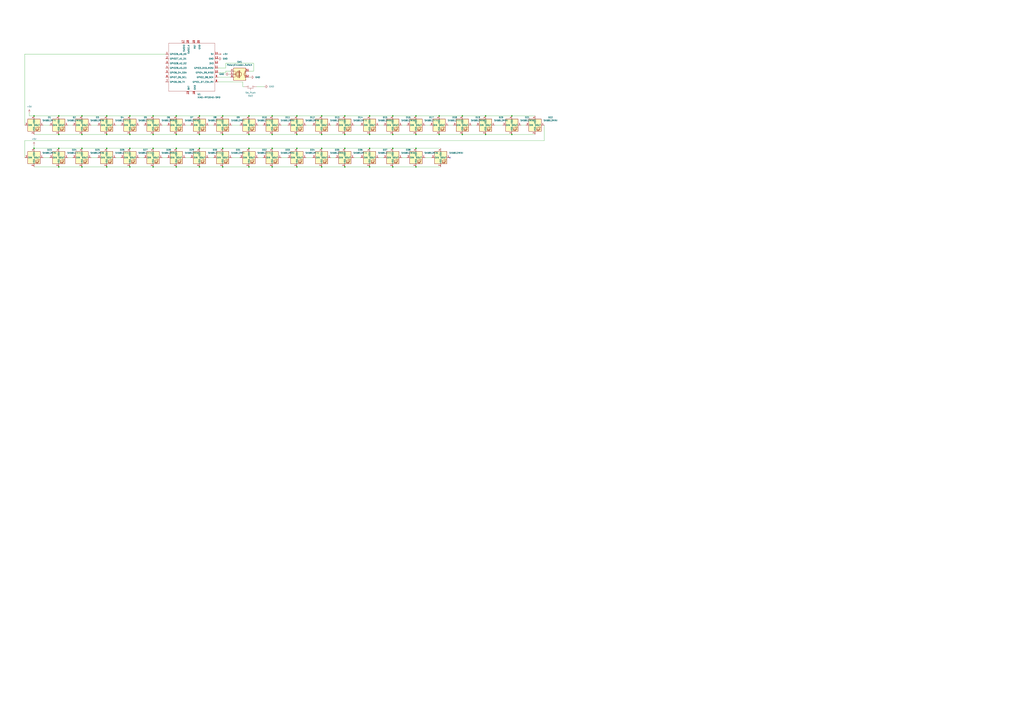
<source format=kicad_sch>
(kicad_sch (version 20250114) (generator "eeschema") (generator_version "9.0")
  (paper "A1")
  (lib_symbols
    (symbol "Device:RotaryEncoder_Switch" (pin_names (offset 0.254) (hide yes))
      (property "Reference" "SW" (at 0 6.604 0))
      (property "Value" "RotaryEncoder_Switch" (at 0 -6.604 0))
      (symbol "RotaryEncoder_Switch_0_1"
        (rectangle (start -5.08 5.08) (end 5.08 -5.08) (stroke (width 0.254)) (fill (type background)))
        (polyline (pts (xy -5.08 2.54) (xy -3.81 2.54) (xy -3.81 2.032)))
        (polyline (pts (xy -5.08 0) (xy -3.81 0) (xy -3.81 -1.016) (xy -3.302 -2.032)))
        (polyline (pts (xy -5.08 -2.54) (xy -3.81 -2.54) (xy -3.81 -2.032)))
        (polyline (pts (xy -4.318 0) (xy -3.81 0) (xy -3.81 1.016) (xy -3.302 2.032)))
        (circle (center -3.81 0) (radius 0.254) (fill (type outline)))
        (polyline (pts (xy -0.635 -1.778) (xy -0.635 1.778)) (stroke (width 0.254)))
        (circle (center -0.381 0) (radius 1.905) (stroke (width 0.254)))
        (polyline (pts (xy -0.381 -1.778) (xy -0.381 1.778)) (stroke (width 0.254)))
        (arc (start -0.381 -2.794) (mid -3.0988 -0.0635) (end -0.381 2.667) (stroke (width 0.254)))
        (polyline (pts (xy -0.127 1.778) (xy -0.127 -1.778)) (stroke (width 0.254)))
        (polyline (pts (xy 0.254 2.921) (xy -0.508 2.667) (xy 0.127 2.286)) (stroke (width 0.254)))
        (polyline (pts (xy 0.254 -3.048) (xy -0.508 -2.794) (xy 0.127 -2.413)) (stroke (width 0.254)))
        (polyline (pts (xy 3.81 1.016) (xy 3.81 -1.016)) (stroke (width 0.254)))
        (polyline (pts (xy 3.81 0) (xy 3.429 0)) (stroke (width 0.254)))
        (circle (center 4.318 1.016) (radius 0.127) (stroke (width 0.254)))
        (circle (center 4.318 -1.016) (radius 0.127) (stroke (width 0.254)))
        (polyline (pts (xy 5.08 2.54) (xy 4.318 2.54) (xy 4.318 1.016)) (stroke (width 0.254)))
        (polyline (pts (xy 5.08 -2.54) (xy 4.318 -2.54) (xy 4.318 -1.016)) (stroke (width 0.254)))
      )
      (symbol "RotaryEncoder_Switch_1_1"
        (pin passive line (at -7.62 2.54 0) (length 2.54) (name "A") (number "A"))
        (pin passive line (at -7.62 0 0) (length 2.54) (name "C") (number "C"))
        (pin passive line (at -7.62 -2.54 0) (length 2.54) (name "B") (number "B"))
        (pin passive line (at 7.62 2.54 180) (length 2.54) (name "S1") (number "S1"))
        (pin passive line (at 7.62 -2.54 180) (length 2.54) (name "S2") (number "S2"))
      )
    )
    (symbol "LED:SK6812MINI" (pin_names (offset 0.254))
      (property "Reference" "D" (at 5.08 5.715 0))
      (property "Value" "SK6812MINI" (at 1.27 -5.715 0))
      (symbol "SK6812MINI_0_0"
        (text "RGB" (at 2.286 -4.191 0) (effects (font (size 0.762 0.762))))
      )
      (symbol "SK6812MINI_0_1"
        (polyline (pts (xy 1.27 -2.54) (xy 1.778 -2.54)))
        (polyline (pts (xy 1.27 -3.556) (xy 1.778 -3.556)))
        (polyline (pts (xy 2.286 -1.524) (xy 1.27 -2.54) (xy 1.27 -2.032)))
        (polyline (pts (xy 2.286 -2.54) (xy 1.27 -3.556) (xy 1.27 -3.048)))
        (polyline (pts (xy 3.683 -1.016) (xy 3.683 -3.556) (xy 3.683 -4.064)))
        (polyline (pts (xy 4.699 -1.524) (xy 2.667 -1.524) (xy 3.683 -3.556) (xy 4.699 -1.524)))
        (polyline (pts (xy 4.699 -3.556) (xy 2.667 -3.556)))
        (rectangle (start 5.08 5.08) (end -5.08 -5.08) (stroke (width 0.254)) (fill (type background)))
      )
      (symbol "SK6812MINI_1_1"
        (pin input line (at -7.62 0 0) (length 2.54) (name "DIN") (number "3"))
        (pin power_in line (at 0 7.62 270) (length 2.54) (name "VDD") (number "4"))
        (pin power_in line (at 0 -7.62 90) (length 2.54) (name "VSS") (number "2"))
        (pin output line (at 7.62 0 180) (length 2.54) (name "DOUT") (number "1"))
      )
    )
    (symbol "OPL:XIAO-RP2040-SMD" (pin_names (offset 1.016))
      (property "Reference" "U" (at -18.542 23.114 0))
      (property "Value" "XIAO-RP2040-SMD" (at -8.382 21.336 0))
      (symbol "XIAO-RP2040-SMD_0_1"
        (rectangle (start 19.05 -19.05) (end -19.05 20.32))
      )
      (symbol "XIAO-RP2040-SMD_1_1"
        (pin passive line (at -21.59 11.43 0) (length 2.54) (name "GPIO26_A0_D0") (number "1"))
        (pin passive line (at -21.59 7.62 0) (length 2.54) (name "GPIO27_A1_D1") (number "2"))
        (pin passive line (at -21.59 3.81 0) (length 2.54) (name "GPIO28_A2_D2") (number "3"))
        (pin passive line (at -21.59 0 0) (length 2.54) (name "GPIO29_A3_D3") (number "4"))
        (pin passive line (at -21.59 -3.81 0) (length 2.54) (name "GPIO6_D4_SDA") (number "5"))
        (pin passive line (at -21.59 -7.62 0) (length 2.54) (name "GPIO7_D5_SCL") (number "6"))
        (pin passive line (at -21.59 -11.43 0) (length 2.54) (name "GPIO0_D6_TX") (number "7"))
        (pin passive line (at -6.35 22.86 270) (length 2.54) (name "SWDIO") (number "17"))
        (pin passive line (at -2.54 22.86 270) (length 2.54) (name "SWDCLK") (number "18"))
        (pin passive line (at -2.54 -21.59 90) (length 2.54) (name "BAT") (number "15"))
        (pin passive line (at 2.54 22.86 270) (length 2.54) (name "RST") (number "19"))
        (pin passive line (at 2.54 -21.59 90) (length 2.54) (name "GND") (number "16"))
        (pin passive line (at 6.35 22.86 270) (length 2.54) (name "GND") (number "20"))
        (pin passive line (at 21.59 11.43 180) (length 2.54) (name "5V") (number "14"))
        (pin passive line (at 21.59 7.62 180) (length 2.54) (name "GND") (number "13"))
        (pin passive line (at 21.59 3.81 180) (length 2.54) (name "3V3") (number "12"))
        (pin passive line (at 21.59 0 180) (length 2.54) (name "GPIO3_D10_MOSI") (number "11"))
        (pin passive line (at 21.59 -3.81 180) (length 2.54) (name "GPIO4_D9_MISO") (number "10"))
        (pin passive line (at 21.59 -7.62 180) (length 2.54) (name "GPIO2_D8_SCK") (number "9"))
        (pin passive line (at 21.59 -11.43 180) (length 2.54) (name "GPIO1_D7_CSn_RX") (number "8"))
      )
    )
    (symbol "Switch:SW_Push" (pin_numbers (hide yes)) (pin_names (offset 1.016) (hide yes))
      (property "Reference" "SW" (at 1.27 2.54 0))
      (property "Value" "SW_Push" (at 0 -1.524 0))
      (symbol "SW_Push_0_1"
        (circle (center -2.032 0) (radius 0.508))
        (polyline (pts (xy 0 1.27) (xy 0 3.048)))
        (circle (center 2.032 0) (radius 0.508))
        (polyline (pts (xy 2.54 1.27) (xy -2.54 1.27)))
        (pin passive line (at -5.08 0 0) (length 2.54) (name "1") (number "1"))
        (pin passive line (at 5.08 0 180) (length 2.54) (name "2") (number "2"))
      )
    )
    (symbol "power:+5V" (power) (pin_numbers (hide yes)) (pin_names (offset 0) (hide yes))
      (property "Value" "+5V" (at 0 3.556 0))
      (symbol "+5V_0_1"
        (polyline (pts (xy -0.762 1.27) (xy 0 2.54)))
        (polyline (pts (xy 0 2.54) (xy 0.762 1.27)))
        (polyline (pts (xy 0 0) (xy 0 2.54)))
      )
      (symbol "+5V_1_1"
        (pin power_in line (at 0 0 90) (length 0) (name "~") (number "1"))
      )
    )
    (symbol "power:GND" (power) (pin_numbers (hide yes)) (pin_names (offset 0) (hide yes))
      (property "Value" "GND" (at 0 -3.81 0))
      (symbol "GND_0_1"
        (polyline (pts (xy 0 0) (xy 0 -1.27) (xy 1.27 -1.27) (xy 0 -2.54) (xy -1.27 -1.27) (xy 0 -1.27)))
      )
      (symbol "GND_1_1"
        (pin power_in line (at 0 0 270) (length 0) (name "~") (number "1"))
      )
    )
  )
  (junction (at 420.37 95.25))
  (junction (at 87.63 95.25))
  (junction (at 48.26 95.25))
  (junction (at 125.73 95.25))
  (junction (at 48.26 110.49))
  (junction (at 163.83 137.16))
  (junction (at 360.68 95.25))
  (junction (at 48.26 121.92))
  (junction (at 144.78 95.25))
  (junction (at 303.53 121.92))
  (junction (at 144.78 121.92))
  (junction (at 125.73 121.92))
  (junction (at 283.21 137.16))
  (junction (at 243.84 121.92))
  (junction (at 303.53 95.25))
  (junction (at 106.68 95.25))
  (junction (at 223.52 110.49))
  (junction (at 87.63 137.16))
  (junction (at 283.21 110.49))
  (junction (at 341.63 121.92))
  (junction (at 264.16 137.16))
  (junction (at 125.73 137.16))
  (junction (at 144.78 137.16))
  (junction (at 379.73 110.49))
  (junction (at 223.52 137.16))
  (junction (at 87.63 121.92))
  (junction (at 106.68 110.49))
  (junction (at 223.52 121.92))
  (junction (at 67.31 95.25))
  (junction (at 27.94 121.92))
  (junction (at 398.78 95.25))
  (junction (at 243.84 110.49))
  (junction (at 106.68 137.16))
  (junction (at 283.21 95.25))
  (junction (at 48.26 137.16))
  (junction (at 223.52 95.25))
  (junction (at 106.68 121.92))
  (junction (at 204.47 110.49))
  (junction (at 379.73 95.25))
  (junction (at 163.83 121.92))
  (junction (at 341.63 137.16))
  (junction (at 144.78 110.49))
  (junction (at 420.37 110.49))
  (junction (at 67.31 110.49))
  (junction (at 163.83 95.25))
  (junction (at 182.88 137.16))
  (junction (at 264.16 121.92))
  (junction (at 204.47 95.25))
  (junction (at 322.58 95.25))
  (junction (at 341.63 110.49))
  (junction (at 67.31 121.92))
  (junction (at 243.84 95.25))
  (junction (at 322.58 121.92))
  (junction (at 204.47 121.92))
  (junction (at 322.58 137.16))
  (junction (at 322.58 110.49))
  (junction (at 27.94 95.25))
  (junction (at 182.88 95.25))
  (junction (at 303.53 110.49))
  (junction (at 182.88 121.92))
  (junction (at 264.16 95.25))
  (junction (at 398.78 110.49))
  (junction (at 163.83 110.49))
  (junction (at 182.88 110.49))
  (junction (at 360.68 110.49))
  (junction (at 341.63 95.25))
  (junction (at 264.16 110.49))
  (junction (at 303.53 137.16))
  (junction (at 87.63 110.49))
  (junction (at 243.84 137.16))
  (junction (at 67.31 137.16))
  (junction (at 125.73 110.49))
  (junction (at 283.21 121.92))
  (junction (at 204.47 137.16))
  (no_connect (at 369.57 129.54))
  (wire (pts (xy 420.37 110.49) (xy 439.42 110.49)))
  (wire (pts (xy 20.32 102.87) (xy 20.32 44.45)))
  (wire (pts (xy 125.73 121.92) (xy 144.78 121.92)))
  (wire (pts (xy 311.15 129.54) (xy 314.96 129.54)))
  (wire (pts (xy 368.3 102.87) (xy 372.11 102.87)))
  (wire (pts (xy 243.84 121.92) (xy 264.16 121.92)))
  (wire (pts (xy 212.09 129.54) (xy 215.9 129.54)))
  (wire (pts (xy 171.45 129.54) (xy 175.26 129.54)))
  (wire (pts (xy 271.78 102.87) (xy 275.59 102.87)))
  (wire (pts (xy 106.68 95.25) (xy 125.73 95.25)))
  (wire (pts (xy 48.26 121.92) (xy 67.31 121.92)))
  (wire (pts (xy 204.47 58.42) (xy 208.28 58.42)))
  (wire (pts (xy 330.2 102.87) (xy 334.01 102.87)))
  (wire (pts (xy 74.93 102.87) (xy 80.01 102.87)))
  (wire (pts (xy 243.84 137.16) (xy 264.16 137.16)))
  (wire (pts (xy 182.88 95.25) (xy 204.47 95.25)))
  (wire (pts (xy 398.78 110.49) (xy 420.37 110.49)))
  (wire (pts (xy 204.47 95.25) (xy 223.52 95.25)))
  (wire (pts (xy 87.63 95.25) (xy 106.68 95.25)))
  (wire (pts (xy 20.32 115.57) (xy 447.04 115.57)))
  (wire (pts (xy 212.09 102.87) (xy 215.9 102.87)))
  (wire (pts (xy 303.53 95.25) (xy 322.58 95.25)))
  (wire (pts (xy 182.88 137.16) (xy 204.47 137.16)))
  (wire (pts (xy 360.68 95.25) (xy 379.73 95.25)))
  (wire (pts (xy 208.28 52.07) (xy 185.42 52.07)))
  (wire (pts (xy 163.83 110.49) (xy 182.88 110.49)))
  (wire (pts (xy 27.94 110.49) (xy 48.26 110.49)))
  (wire (pts (xy 251.46 129.54) (xy 256.54 129.54)))
  (wire (pts (xy 35.56 102.87) (xy 40.64 102.87)))
  (wire (pts (xy 251.46 102.87) (xy 256.54 102.87)))
  (wire (pts (xy 322.58 137.16) (xy 341.63 137.16)))
  (wire (pts (xy 182.88 121.92) (xy 204.47 121.92)))
  (wire (pts (xy 87.63 121.92) (xy 106.68 121.92)))
  (wire (pts (xy 95.25 102.87) (xy 99.06 102.87)))
  (wire (pts (xy 48.26 137.16) (xy 67.31 137.16)))
  (wire (pts (xy 243.84 110.49) (xy 264.16 110.49)))
  (wire (pts (xy 48.26 95.25) (xy 67.31 95.25)))
  (wire (pts (xy 179.07 63.5) (xy 189.23 63.5)))
  (wire (pts (xy 271.78 129.54) (xy 275.59 129.54)))
  (wire (pts (xy 341.63 137.16) (xy 361.95 137.16)))
  (wire (pts (xy 379.73 95.25) (xy 398.78 95.25)))
  (wire (pts (xy 290.83 129.54) (xy 295.91 129.54)))
  (wire (pts (xy 406.4 102.87) (xy 412.75 102.87)))
  (wire (pts (xy 27.94 137.16) (xy 48.26 137.16)))
  (wire (pts (xy 55.88 129.54) (xy 59.69 129.54)))
  (wire (pts (xy 182.88 110.49) (xy 204.47 110.49)))
  (wire (pts (xy 322.58 110.49) (xy 341.63 110.49)))
  (wire (pts (xy 427.99 102.87) (xy 431.8 102.87)))
  (wire (pts (xy 87.63 110.49) (xy 106.68 110.49)))
  (wire (pts (xy 341.63 110.49) (xy 360.68 110.49)))
  (wire (pts (xy 106.68 121.92) (xy 125.73 121.92)))
  (wire (pts (xy 27.94 95.25) (xy 48.26 95.25)))
  (wire (pts (xy 152.4 129.54) (xy 156.21 129.54)))
  (wire (pts (xy 185.42 52.07) (xy 185.42 55.88)))
  (wire (pts (xy 398.78 95.25) (xy 420.37 95.25)))
  (wire (pts (xy 264.16 110.49) (xy 283.21 110.49)))
  (wire (pts (xy 67.31 110.49) (xy 87.63 110.49)))
  (wire (pts (xy 283.21 110.49) (xy 303.53 110.49)))
  (wire (pts (xy 67.31 95.25) (xy 87.63 95.25)))
  (wire (pts (xy 106.68 137.16) (xy 125.73 137.16)))
  (wire (pts (xy 114.3 129.54) (xy 118.11 129.54)))
  (wire (pts (xy 87.63 137.16) (xy 106.68 137.16)))
  (wire (pts (xy 106.68 110.49) (xy 125.73 110.49)))
  (wire (pts (xy 190.5 102.87) (xy 196.85 102.87)))
  (wire (pts (xy 205.74 63.5) (xy 204.47 63.5)))
  (wire (pts (xy 379.73 110.49) (xy 398.78 110.49)))
  (wire (pts (xy 27.94 95.25) (xy 24.13 95.25)))
  (wire (pts (xy 264.16 121.92) (xy 283.21 121.92)))
  (wire (pts (xy 24.13 92.71) (xy 24.13 95.25)))
  (wire (pts (xy 199.39 71.12) (xy 199.39 67.31)))
  (wire (pts (xy 133.35 129.54) (xy 137.16 129.54)))
  (wire (pts (xy 283.21 121.92) (xy 303.53 121.92)))
  (wire (pts (xy 185.42 58.42) (xy 185.42 59.69)))
  (wire (pts (xy 223.52 110.49) (xy 243.84 110.49)))
  (wire (pts (xy 133.35 102.87) (xy 137.16 102.87)))
  (wire (pts (xy 125.73 137.16) (xy 144.78 137.16)))
  (wire (pts (xy 67.31 121.92) (xy 87.63 121.92)))
  (wire (pts (xy 283.21 95.25) (xy 303.53 95.25)))
  (wire (pts (xy 303.53 121.92) (xy 322.58 121.92)))
  (wire (pts (xy 208.28 58.42) (xy 208.28 52.07)))
  (wire (pts (xy 283.21 137.16) (xy 303.53 137.16)))
  (wire (pts (xy 303.53 110.49) (xy 322.58 110.49)))
  (wire (pts (xy 27.94 119.38) (xy 27.94 121.92)))
  (wire (pts (xy 74.93 129.54) (xy 80.01 129.54)))
  (wire (pts (xy 217.17 71.12) (xy 210.82 71.12)))
  (wire (pts (xy 330.2 129.54) (xy 334.01 129.54)))
  (wire (pts (xy 204.47 137.16) (xy 223.52 137.16)))
  (wire (pts (xy 199.39 71.12) (xy 200.66 71.12)))
  (wire (pts (xy 163.83 137.16) (xy 182.88 137.16)))
  (wire (pts (xy 20.32 44.45) (xy 135.89 44.45)))
  (wire (pts (xy 420.37 95.25) (xy 439.42 95.25)))
  (wire (pts (xy 163.83 121.92) (xy 182.88 121.92)))
  (wire (pts (xy 171.45 102.87) (xy 175.26 102.87)))
  (wire (pts (xy 48.26 110.49) (xy 67.31 110.49)))
  (wire (pts (xy 67.31 137.16) (xy 87.63 137.16)))
  (wire (pts (xy 144.78 137.16) (xy 163.83 137.16)))
  (wire (pts (xy 341.63 95.25) (xy 360.68 95.25)))
  (wire (pts (xy 341.63 121.92) (xy 361.95 121.92)))
  (wire (pts (xy 125.73 110.49) (xy 144.78 110.49)))
  (wire (pts (xy 349.25 102.87) (xy 353.06 102.87)))
  (wire (pts (xy 204.47 110.49) (xy 223.52 110.49)))
  (wire (pts (xy 322.58 95.25) (xy 341.63 95.25)))
  (wire (pts (xy 199.39 67.31) (xy 179.07 67.31)))
  (wire (pts (xy 55.88 102.87) (xy 59.69 102.87)))
  (wire (pts (xy 185.42 59.69) (xy 179.07 59.69)))
  (wire (pts (xy 144.78 95.25) (xy 163.83 95.25)))
  (wire (pts (xy 349.25 129.54) (xy 354.33 129.54)))
  (wire (pts (xy 144.78 121.92) (xy 163.83 121.92)))
  (wire (pts (xy 264.16 137.16) (xy 283.21 137.16)))
  (wire (pts (xy 231.14 129.54) (xy 236.22 129.54)))
  (wire (pts (xy 27.94 121.92) (xy 48.26 121.92)))
  (wire (pts (xy 35.56 129.54) (xy 40.64 129.54)))
  (wire (pts (xy 322.58 121.92) (xy 341.63 121.92)))
  (wire (pts (xy 189.23 60.96) (xy 187.96 60.96)))
  (wire (pts (xy 20.32 129.54) (xy 20.32 115.57)))
  (wire (pts (xy 223.52 137.16) (xy 243.84 137.16)))
  (wire (pts (xy 231.14 102.87) (xy 236.22 102.87)))
  (wire (pts (xy 144.78 110.49) (xy 163.83 110.49)))
  (wire (pts (xy 190.5 129.54) (xy 196.85 129.54)))
  (wire (pts (xy 185.42 55.88) (xy 179.07 55.88)))
  (wire (pts (xy 360.68 110.49) (xy 379.73 110.49)))
  (wire (pts (xy 290.83 102.87) (xy 295.91 102.87)))
  (wire (pts (xy 223.52 121.92) (xy 243.84 121.92)))
  (wire (pts (xy 189.23 58.42) (xy 185.42 58.42)))
  (wire (pts (xy 387.35 102.87) (xy 391.16 102.87)))
  (wire (pts (xy 264.16 95.25) (xy 283.21 95.25)))
  (wire (pts (xy 125.73 95.25) (xy 144.78 95.25)))
  (wire (pts (xy 447.04 115.57) (xy 447.04 102.87)))
  (wire (pts (xy 95.25 129.54) (xy 99.06 129.54)))
  (wire (pts (xy 204.47 121.92) (xy 223.52 121.92)))
  (wire (pts (xy 243.84 95.25) (xy 264.16 95.25)))
  (wire (pts (xy 163.83 95.25) (xy 182.88 95.25)))
  (wire (pts (xy 303.53 137.16) (xy 322.58 137.16)))
  (wire (pts (xy 152.4 102.87) (xy 156.21 102.87)))
  (wire (pts (xy 311.15 102.87) (xy 314.96 102.87)))
  (wire (pts (xy 223.52 95.25) (xy 243.84 95.25)))
  (symbol (lib_id "LED:SK6812MINI") (at 243.84 129.54 0) (unit 1)
    (property "Reference" "D34" (at 256.54 123.1198 0))
    (property "Value" "SK6812MINI" (at 256.54 125.6598 0))
    (property "Footprint" "LED_SMD:LED_SK6812MINI_PLCC4_3.5x3.5mm_P1.75mm" (effects (hide yes)))
    (property "Datasheet" "https://cdn-shop.adafruit.com/product-files/2686/SK6812MINI_REV.01-1-2.pdf" (effects (hide yes)))
    (property "Description" "RGB LED with integrated controller" (effects (hide yes)))
  )
  (symbol (lib_id "LED:SK6812MINI") (at 243.84 102.87 0) (unit 1)
    (property "Reference" "D12" (at 256.54 96.4498 0))
    (property "Value" "SK6812MINI" (at 256.54 98.9898 0))
    (property "Footprint" "LED_SMD:LED_SK6812MINI_PLCC4_3.5x3.5mm_P1.75mm" (effects (hide yes)))
    (property "Datasheet" "https://cdn-shop.adafruit.com/product-files/2686/SK6812MINI_REV.01-1-2.pdf" (effects (hide yes)))
    (property "Description" "RGB LED with integrated controller" (effects (hide yes)))
  )
  (symbol (lib_id "LED:SK6812MINI") (at 322.58 129.54 0) (unit 1)
    (property "Reference" "D38" (at 335.28 123.1198 0))
    (property "Value" "SK6812MINI" (at 335.28 125.6598 0))
    (property "Footprint" "LED_SMD:LED_SK6812MINI_PLCC4_3.5x3.5mm_P1.75mm" (effects (hide yes)))
    (property "Datasheet" "https://cdn-shop.adafruit.com/product-files/2686/SK6812MINI_REV.01-1-2.pdf" (effects (hide yes)))
    (property "Description" "RGB LED with integrated controller" (effects (hide yes)))
  )
  (symbol (lib_id "LED:SK6812MINI") (at 87.63 129.54 0) (unit 1)
    (property "Reference" "D26" (at 100.33 123.1198 0))
    (property "Value" "SK6812MINI" (at 100.33 125.6598 0))
    (property "Footprint" "LED_SMD:LED_SK6812MINI_PLCC4_3.5x3.5mm_P1.75mm" (effects (hide yes)))
    (property "Datasheet" "https://cdn-shop.adafruit.com/product-files/2686/SK6812MINI_REV.01-1-2.pdf" (effects (hide yes)))
    (property "Description" "RGB LED with integrated controller" (effects (hide yes)))
  )
  (symbol (lib_id "LED:SK6812MINI") (at 283.21 102.87 0) (unit 1)
    (property "Reference" "D14" (at 295.91 96.4498 0))
    (property "Value" "SK6812MINI" (at 295.91 98.9898 0))
    (property "Footprint" "LED_SMD:LED_SK6812MINI_PLCC4_3.5x3.5mm_P1.75mm" (effects (hide yes)))
    (property "Datasheet" "https://cdn-shop.adafruit.com/product-files/2686/SK6812MINI_REV.01-1-2.pdf" (effects (hide yes)))
    (property "Description" "RGB LED with integrated controller" (effects (hide yes)))
  )
  (symbol (lib_id "power:GND") (at 187.96 60.96 270) (unit 1)
    (property "Reference" "#PWR03" (effects (hide yes)))
    (property "Value" "GND" (at 184.15 60.9599 90) (effects (justify right)))
    (property "Description" "Power symbol creates a global label with name \"GND\" , ground" (effects (hide yes)))
  )
  (symbol (lib_id "LED:SK6812MINI") (at 204.47 129.54 0) (unit 1)
    (property "Reference" "D32" (at 217.17 123.1198 0))
    (property "Value" "SK6812MINI" (at 217.17 125.6598 0))
    (property "Footprint" "LED_SMD:LED_SK6812MINI_PLCC4_3.5x3.5mm_P1.75mm" (effects (hide yes)))
    (property "Datasheet" "https://cdn-shop.adafruit.com/product-files/2686/SK6812MINI_REV.01-1-2.pdf" (effects (hide yes)))
    (property "Description" "RGB LED with integrated controller" (effects (hide yes)))
  )
  (symbol (lib_id "LED:SK6812MINI") (at 439.42 102.87 0) (unit 1)
    (property "Reference" "D22" (at 452.12 96.4498 0))
    (property "Value" "SK6812MINI" (at 452.12 98.9898 0))
    (property "Footprint" "LED_SMD:LED_SK6812MINI_PLCC4_3.5x3.5mm_P1.75mm" (effects (hide yes)))
    (property "Datasheet" "https://cdn-shop.adafruit.com/product-files/2686/SK6812MINI_REV.01-1-2.pdf" (effects (hide yes)))
    (property "Description" "RGB LED with integrated controller" (effects (hide yes)))
  )
  (symbol (lib_id "power:GND") (at 179.07 48.26 90) (unit 1)
    (property "Reference" "#PWR07" (effects (hide yes)))
    (property "Value" "GND" (at 182.88 48.2599 90) (effects (justify right)))
    (property "Description" "Power symbol creates a global label with name \"GND\" , ground" (effects (hide yes)))
  )
  (symbol (lib_id "LED:SK6812MINI") (at 361.95 129.54 0) (unit 1)
    (property "Reference" "D40" (effects (hide yes)))
    (property "Value" "SK6812MINI" (at 374.65 125.6598 0))
    (property "Footprint" "LED_SMD:LED_SK6812MINI_PLCC4_3.5x3.5mm_P1.75mm" (effects (hide yes)))
    (property "Datasheet" "https://cdn-shop.adafruit.com/product-files/2686/SK6812MINI_REV.01-1-2.pdf" (effects (hide yes)))
    (property "Description" "RGB LED with integrated controller" (effects (hide yes)))
  )
  (symbol (lib_id "LED:SK6812MINI") (at 204.47 102.87 0) (unit 1)
    (property "Reference" "D10" (at 217.17 96.4498 0))
    (property "Value" "SK6812MINI" (at 217.17 98.9898 0))
    (property "Footprint" "LED_SMD:LED_SK6812MINI_PLCC4_3.5x3.5mm_P1.75mm" (effects (hide yes)))
    (property "Datasheet" "https://cdn-shop.adafruit.com/product-files/2686/SK6812MINI_REV.01-1-2.pdf" (effects (hide yes)))
    (property "Description" "RGB LED with integrated controller" (effects (hide yes)))
  )
  (symbol (lib_id "LED:SK6812MINI") (at 106.68 102.87 0) (unit 1)
    (property "Reference" "D5" (at 119.38 96.4498 0))
    (property "Value" "SK6812MINI" (at 119.38 98.9898 0))
    (property "Footprint" "LED_SMD:LED_SK6812MINI_PLCC4_3.5x3.5mm_P1.75mm" (effects (hide yes)))
    (property "Datasheet" "https://cdn-shop.adafruit.com/product-files/2686/SK6812MINI_REV.01-1-2.pdf" (effects (hide yes)))
    (property "Description" "RGB LED with integrated controller" (effects (hide yes)))
  )
  (symbol (lib_id "LED:SK6812MINI") (at 182.88 129.54 0) (unit 1)
    (property "Reference" "D31" (at 195.58 123.1198 0))
    (property "Value" "SK6812MINI" (at 195.58 125.6598 0))
    (property "Footprint" "LED_SMD:LED_SK6812MINI_PLCC4_3.5x3.5mm_P1.75mm" (effects (hide yes)))
    (property "Datasheet" "https://cdn-shop.adafruit.com/product-files/2686/SK6812MINI_REV.01-1-2.pdf" (effects (hide yes)))
    (property "Description" "RGB LED with integrated controller" (effects (hide yes)))
  )
  (symbol (lib_id "LED:SK6812MINI") (at 125.73 129.54 0) (unit 1)
    (property "Reference" "D28" (at 138.43 123.1198 0))
    (property "Value" "SK6812MINI" (at 138.43 125.6598 0))
    (property "Footprint" "LED_SMD:LED_SK6812MINI_PLCC4_3.5x3.5mm_P1.75mm" (effects (hide yes)))
    (property "Datasheet" "https://cdn-shop.adafruit.com/product-files/2686/SK6812MINI_REV.01-1-2.pdf" (effects (hide yes)))
    (property "Description" "RGB LED with integrated controller" (effects (hide yes)))
  )
  (symbol (lib_id "LED:SK6812MINI") (at 264.16 102.87 0) (unit 1)
    (property "Reference" "D13" (at 276.86 96.4498 0))
    (property "Value" "SK6812MINI" (at 276.86 98.9898 0))
    (property "Footprint" "LED_SMD:LED_SK6812MINI_PLCC4_3.5x3.5mm_P1.75mm" (effects (hide yes)))
    (property "Datasheet" "https://cdn-shop.adafruit.com/product-files/2686/SK6812MINI_REV.01-1-2.pdf" (effects (hide yes)))
    (property "Description" "RGB LED with integrated controller" (effects (hide yes)))
  )
  (symbol (lib_id "OPL:XIAO-RP2040-SMD") (at 157.48 55.88 0) (unit 1)
    (property "Reference" "U1" (at 162.1633 77.47 0) (effects (justify left)))
    (property "Value" "XIAO-RP2040-SMD" (at 162.1633 80.01 0) (effects (justify left)))
    (property "Footprint" "OPL:XIAO-RP2040-SMD" (effects (hide yes)))
  )
  (symbol (lib_id "LED:SK6812MINI") (at 182.88 102.87 0) (unit 1)
    (property "Reference" "D9" (at 195.58 96.4498 0))
    (property "Value" "SK6812MINI" (at 195.58 98.9898 0))
    (property "Footprint" "LED_SMD:LED_SK6812MINI_PLCC4_3.5x3.5mm_P1.75mm" (effects (hide yes)))
    (property "Datasheet" "https://cdn-shop.adafruit.com/product-files/2686/SK6812MINI_REV.01-1-2.pdf" (effects (hide yes)))
    (property "Description" "RGB LED with integrated controller" (effects (hide yes)))
  )
  (symbol (lib_id "LED:SK6812MINI") (at 398.78 102.87 0) (unit 1)
    (property "Reference" "D20" (at 411.48 96.4498 0))
    (property "Value" "SK6812MINI" (at 411.48 98.9898 0))
    (property "Footprint" "LED_SMD:LED_SK6812MINI_PLCC4_3.5x3.5mm_P1.75mm" (effects (hide yes)))
    (property "Datasheet" "https://cdn-shop.adafruit.com/product-files/2686/SK6812MINI_REV.01-1-2.pdf" (effects (hide yes)))
    (property "Description" "RGB LED with integrated controller" (effects (hide yes)))
  )
  (symbol (lib_id "LED:SK6812MINI") (at 341.63 129.54 0) (unit 1)
    (property "Reference" "D39" (effects (hide yes)))
    (property "Value" "SK6812MINI" (at 354.33 125.6598 0))
    (property "Footprint" "LED_SMD:LED_SK6812MINI_PLCC4_3.5x3.5mm_P1.75mm" (effects (hide yes)))
    (property "Datasheet" "https://cdn-shop.adafruit.com/product-files/2686/SK6812MINI_REV.01-1-2.pdf" (effects (hide yes)))
    (property "Description" "RGB LED with integrated controller" (effects (hide yes)))
  )
  (symbol (lib_id "power:GND") (at 217.17 71.12 90) (unit 1)
    (property "Reference" "#PWR04" (effects (hide yes)))
    (property "Value" "GND" (at 220.98 71.1201 90) (effects (justify right)))
    (property "Description" "Power symbol creates a global label with name \"GND\" , ground" (effects (hide yes)))
  )
  (symbol (lib_id "LED:SK6812MINI") (at 144.78 129.54 0) (unit 1)
    (property "Reference" "D29" (at 157.48 123.1198 0))
    (property "Value" "SK6812MINI" (at 157.48 125.6598 0))
    (property "Footprint" "LED_SMD:LED_SK6812MINI_PLCC4_3.5x3.5mm_P1.75mm" (effects (hide yes)))
    (property "Datasheet" "https://cdn-shop.adafruit.com/product-files/2686/SK6812MINI_REV.01-1-2.pdf" (effects (hide yes)))
    (property "Description" "RGB LED with integrated controller" (effects (hide yes)))
  )
  (symbol (lib_id "power:+5V") (at 179.07 44.45 270) (unit 1)
    (property "Reference" "#PWR08" (effects (hide yes)))
    (property "Value" "+5V" (at 182.88 44.4499 90) (effects (justify left)))
    (property "Description" "Power symbol creates a global label with name \"+5V\"" (effects (hide yes)))
  )
  (symbol (lib_id "LED:SK6812MINI") (at 163.83 102.87 0) (unit 1)
    (property "Reference" "D8" (at 176.53 96.4498 0))
    (property "Value" "SK6812MINI" (at 176.53 98.9898 0))
    (property "Footprint" "LED_SMD:LED_SK6812MINI_PLCC4_3.5x3.5mm_P1.75mm" (effects (hide yes)))
    (property "Datasheet" "https://cdn-shop.adafruit.com/product-files/2686/SK6812MINI_REV.01-1-2.pdf" (effects (hide yes)))
    (property "Description" "RGB LED with integrated controller" (effects (hide yes)))
  )
  (symbol (lib_id "power:GND") (at 205.74 63.5 90) (unit 1)
    (property "Reference" "#PWR05" (effects (hide yes)))
    (property "Value" "GND" (at 209.55 63.4999 90) (effects (justify right)))
    (property "Description" "Power symbol creates a global label with name \"GND\" , ground" (effects (hide yes)))
  )
  (symbol (lib_id "LED:SK6812MINI") (at 303.53 129.54 0) (unit 1)
    (property "Reference" "D37" (at 316.23 123.1198 0))
    (property "Value" "SK6812MINI" (at 316.23 125.6598 0))
    (property "Footprint" "LED_SMD:LED_SK6812MINI_PLCC4_3.5x3.5mm_P1.75mm" (effects (hide yes)))
    (property "Datasheet" "https://cdn-shop.adafruit.com/product-files/2686/SK6812MINI_REV.01-1-2.pdf" (effects (hide yes)))
    (property "Description" "RGB LED with integrated controller" (effects (hide yes)))
  )
  (symbol (lib_id "LED:SK6812MINI") (at 144.78 102.87 0) (unit 1)
    (property "Reference" "D7" (at 157.48 96.4498 0))
    (property "Value" "SK6812MINI" (at 157.48 98.9898 0))
    (property "Footprint" "LED_SMD:LED_SK6812MINI_PLCC4_3.5x3.5mm_P1.75mm" (effects (hide yes)))
    (property "Datasheet" "https://cdn-shop.adafruit.com/product-files/2686/SK6812MINI_REV.01-1-2.pdf" (effects (hide yes)))
    (property "Description" "RGB LED with integrated controller" (effects (hide yes)))
  )
  (symbol (lib_id "Switch:SW_Push") (at 205.74 71.12 180) (unit 1)
    (property "Reference" "SW2" (at 205.74 78.74 0))
    (property "Value" "SW_Push" (at 205.74 76.2 0))
    (property "Footprint" "Button_Switch_THT:SW_PUSH-12mm" (effects (hide yes)))
    (property "Description" "Push button switch, generic, two pins" (effects (hide yes)))
  )
  (symbol (lib_id "LED:SK6812MINI") (at 67.31 102.87 0) (unit 1)
    (property "Reference" "D3" (at 80.01 96.4498 0))
    (property "Value" "SK6812MINI" (at 80.01 98.9898 0))
    (property "Footprint" "LED_SMD:LED_SK6812MINI_PLCC4_3.5x3.5mm_P1.75mm" (effects (hide yes)))
    (property "Datasheet" "https://cdn-shop.adafruit.com/product-files/2686/SK6812MINI_REV.01-1-2.pdf" (effects (hide yes)))
    (property "Description" "RGB LED with integrated controller" (effects (hide yes)))
  )
  (symbol (lib_id "LED:SK6812MINI") (at 420.37 102.87 0) (unit 1)
    (property "Reference" "D21" (at 433.07 96.4498 0))
    (property "Value" "SK6812MINI" (at 433.07 98.9898 0))
    (property "Footprint" "LED_SMD:LED_SK6812MINI_PLCC4_3.5x3.5mm_P1.75mm" (effects (hide yes)))
    (property "Datasheet" "https://cdn-shop.adafruit.com/product-files/2686/SK6812MINI_REV.01-1-2.pdf" (effects (hide yes)))
    (property "Description" "RGB LED with integrated controller" (effects (hide yes)))
  )
  (symbol (lib_id "LED:SK6812MINI") (at 48.26 129.54 0) (unit 1)
    (property "Reference" "D24" (at 60.96 123.1198 0))
    (property "Value" "SK6812MINI" (at 60.96 125.6598 0))
    (property "Footprint" "LED_SMD:LED_SK6812MINI_PLCC4_3.5x3.5mm_P1.75mm" (effects (hide yes)))
    (property "Datasheet" "https://cdn-shop.adafruit.com/product-files/2686/SK6812MINI_REV.01-1-2.pdf" (effects (hide yes)))
    (property "Description" "RGB LED with integrated controller" (effects (hide yes)))
  )
  (symbol (lib_id "Device:RotaryEncoder_Switch") (at 196.85 60.96 0) (unit 1)
    (property "Reference" "SW1" (at 196.85 50.8 0))
    (property "Value" "RotaryEncoder_Switch" (at 196.85 53.34 0))
    (property "Footprint" "Rotary_Encoder:RotaryEncoder_Alps_EC11E_Vertical_H20mm_CircularMountingHoles" (effects (hide yes)))
    (property "Description" "Rotary encoder, dual channel, incremental quadrate outputs, with switch" (effects (hide yes)))
  )
  (symbol (lib_id "LED:SK6812MINI") (at 87.63 102.87 0) (unit 1)
    (property "Reference" "D4" (at 100.33 96.4498 0))
    (property "Value" "SK6812MINI" (at 100.33 98.9898 0))
    (property "Footprint" "LED_SMD:LED_SK6812MINI_PLCC4_3.5x3.5mm_P1.75mm" (effects (hide yes)))
    (property "Datasheet" "https://cdn-shop.adafruit.com/product-files/2686/SK6812MINI_REV.01-1-2.pdf" (effects (hide yes)))
    (property "Description" "RGB LED with integrated controller" (effects (hide yes)))
  )
  (symbol (lib_id "LED:SK6812MINI") (at 27.94 129.54 0) (unit 1)
    (property "Reference" "D23" (at 40.64 123.1198 0))
    (property "Value" "SK6812MINI" (at 40.64 125.6598 0))
    (property "Footprint" "LED_SMD:LED_SK6812MINI_PLCC4_3.5x3.5mm_P1.75mm" (effects (hide yes)))
    (property "Datasheet" "https://cdn-shop.adafruit.com/product-files/2686/SK6812MINI_REV.01-1-2.pdf" (effects (hide yes)))
    (property "Description" "RGB LED with integrated controller" (effects (hide yes)))
  )
  (symbol (lib_id "power:+5V") (at 27.94 119.38 0) (unit 1)
    (property "Reference" "#PWR02" (effects (hide yes)))
    (property "Value" "+5V" (at 27.94 114.3 0))
    (property "Description" "Power symbol creates a global label with name \"+5V\"" (effects (hide yes)))
  )
  (symbol (lib_id "LED:SK6812MINI") (at 322.58 102.87 0) (unit 1)
    (property "Reference" "D16" (at 335.28 96.4498 0))
    (property "Value" "SK6812MINI" (at 335.28 98.9898 0))
    (property "Footprint" "LED_SMD:LED_SK6812MINI_PLCC4_3.5x3.5mm_P1.75mm" (effects (hide yes)))
    (property "Datasheet" "https://cdn-shop.adafruit.com/product-files/2686/SK6812MINI_REV.01-1-2.pdf" (effects (hide yes)))
    (property "Description" "RGB LED with integrated controller" (effects (hide yes)))
  )
  (symbol (lib_id "power:+5V") (at 24.13 92.71 0) (unit 1)
    (property "Reference" "#PWR01" (effects (hide yes)))
    (property "Value" "+5V" (at 24.13 87.63 0))
    (property "Description" "Power symbol creates a global label with name \"+5V\"" (effects (hide yes)))
  )
  (symbol (lib_id "LED:SK6812MINI") (at 360.68 102.87 0) (unit 1)
    (property "Reference" "D18" (at 373.38 96.4498 0))
    (property "Value" "SK6812MINI" (at 373.38 98.9898 0))
    (property "Footprint" "LED_SMD:LED_SK6812MINI_PLCC4_3.5x3.5mm_P1.75mm" (effects (hide yes)))
    (property "Datasheet" "https://cdn-shop.adafruit.com/product-files/2686/SK6812MINI_REV.01-1-2.pdf" (effects (hide yes)))
    (property "Description" "RGB LED with integrated controller" (effects (hide yes)))
  )
  (symbol (lib_id "LED:SK6812MINI") (at 223.52 129.54 0) (unit 1)
    (property "Reference" "D33" (at 236.22 123.1198 0))
    (property "Value" "SK6812MINI" (at 236.22 125.6598 0))
    (property "Footprint" "LED_SMD:LED_SK6812MINI_PLCC4_3.5x3.5mm_P1.75mm" (effects (hide yes)))
    (property "Datasheet" "https://cdn-shop.adafruit.com/product-files/2686/SK6812MINI_REV.01-1-2.pdf" (effects (hide yes)))
    (property "Description" "RGB LED with integrated controller" (effects (hide yes)))
  )
  (symbol (lib_id "LED:SK6812MINI") (at 283.21 129.54 0) (unit 1)
    (property "Reference" "D36" (at 295.91 123.1198 0))
    (property "Value" "SK6812MINI" (at 295.91 125.6598 0))
    (property "Footprint" "LED_SMD:LED_SK6812MINI_PLCC4_3.5x3.5mm_P1.75mm" (effects (hide yes)))
    (property "Datasheet" "https://cdn-shop.adafruit.com/product-files/2686/SK6812MINI_REV.01-1-2.pdf" (effects (hide yes)))
    (property "Description" "RGB LED with integrated controller" (effects (hide yes)))
  )
  (symbol (lib_id "LED:SK6812MINI") (at 106.68 129.54 0) (unit 1)
    (property "Reference" "D27" (at 119.38 123.1198 0))
    (property "Value" "SK6812MINI" (at 119.38 125.6598 0))
    (property "Footprint" "LED_SMD:LED_SK6812MINI_PLCC4_3.5x3.5mm_P1.75mm" (effects (hide yes)))
    (property "Datasheet" "https://cdn-shop.adafruit.com/product-files/2686/SK6812MINI_REV.01-1-2.pdf" (effects (hide yes)))
    (property "Description" "RGB LED with integrated controller" (effects (hide yes)))
  )
  (symbol (lib_id "LED:SK6812MINI") (at 27.94 102.87 0) (unit 1)
    (property "Reference" "D1" (at 40.64 96.4498 0))
    (property "Value" "SK6812MINI" (at 40.64 98.9898 0))
    (property "Footprint" "LED_SMD:LED_SK6812MINI_PLCC4_3.5x3.5mm_P1.75mm" (effects (hide yes)))
    (property "Datasheet" "https://cdn-shop.adafruit.com/product-files/2686/SK6812MINI_REV.01-1-2.pdf" (effects (hide yes)))
    (property "Description" "RGB LED with integrated controller" (effects (hide yes)))
  )
  (symbol (lib_id "LED:SK6812MINI") (at 163.83 129.54 0) (unit 1)
    (property "Reference" "D30" (at 176.53 123.1198 0))
    (property "Value" "SK6812MINI" (at 176.53 125.6598 0))
    (property "Footprint" "LED_SMD:LED_SK6812MINI_PLCC4_3.5x3.5mm_P1.75mm" (effects (hide yes)))
    (property "Datasheet" "https://cdn-shop.adafruit.com/product-files/2686/SK6812MINI_REV.01-1-2.pdf" (effects (hide yes)))
    (property "Description" "RGB LED with integrated controller" (effects (hide yes)))
  )
  (symbol (lib_id "LED:SK6812MINI") (at 125.73 102.87 0) (unit 1)
    (property "Reference" "D6" (at 138.43 96.4498 0))
    (property "Value" "SK6812MINI" (at 138.43 98.9898 0))
    (property "Footprint" "LED_SMD:LED_SK6812MINI_PLCC4_3.5x3.5mm_P1.75mm" (effects (hide yes)))
    (property "Datasheet" "https://cdn-shop.adafruit.com/product-files/2686/SK6812MINI_REV.01-1-2.pdf" (effects (hide yes)))
    (property "Description" "RGB LED with integrated controller" (effects (hide yes)))
  )
  (symbol (lib_id "LED:SK6812MINI") (at 341.63 102.87 0) (unit 1)
    (property "Reference" "D17" (at 354.33 96.4498 0))
    (property "Value" "SK6812MINI" (at 354.33 98.9898 0))
    (property "Footprint" "LED_SMD:LED_SK6812MINI_PLCC4_3.5x3.5mm_P1.75mm" (effects (hide yes)))
    (property "Datasheet" "https://cdn-shop.adafruit.com/product-files/2686/SK6812MINI_REV.01-1-2.pdf" (effects (hide yes)))
    (property "Description" "RGB LED with integrated controller" (effects (hide yes)))
  )
  (symbol (lib_id "LED:SK6812MINI") (at 67.31 129.54 0) (unit 1)
    (property "Reference" "D25" (at 80.01 123.1198 0))
    (property "Value" "SK6812MINI" (at 80.01 125.6598 0))
    (property "Footprint" "LED_SMD:LED_SK6812MINI_PLCC4_3.5x3.5mm_P1.75mm" (effects (hide yes)))
    (property "Datasheet" "https://cdn-shop.adafruit.com/product-files/2686/SK6812MINI_REV.01-1-2.pdf" (effects (hide yes)))
    (property "Description" "RGB LED with integrated controller" (effects (hide yes)))
  )
  (symbol (lib_id "LED:SK6812MINI") (at 303.53 102.87 0) (unit 1)
    (property "Reference" "D15" (at 316.23 96.4498 0))
    (property "Value" "SK6812MINI" (at 316.23 98.9898 0))
    (property "Footprint" "LED_SMD:LED_SK6812MINI_PLCC4_3.5x3.5mm_P1.75mm" (effects (hide yes)))
    (property "Datasheet" "https://cdn-shop.adafruit.com/product-files/2686/SK6812MINI_REV.01-1-2.pdf" (effects (hide yes)))
    (property "Description" "RGB LED with integrated controller" (effects (hide yes)))
  )
  (symbol (lib_id "LED:SK6812MINI") (at 223.52 102.87 0) (unit 1)
    (property "Reference" "D11" (at 236.22 96.4498 0))
    (property "Value" "SK6812MINI" (at 236.22 98.9898 0))
    (property "Footprint" "LED_SMD:LED_SK6812MINI_PLCC4_3.5x3.5mm_P1.75mm" (effects (hide yes)))
    (property "Datasheet" "https://cdn-shop.adafruit.com/product-files/2686/SK6812MINI_REV.01-1-2.pdf" (effects (hide yes)))
    (property "Description" "RGB LED with integrated controller" (effects (hide yes)))
  )
  (symbol (lib_id "LED:SK6812MINI") (at 379.73 102.87 0) (unit 1)
    (property "Reference" "D19" (at 392.43 96.4498 0))
    (property "Value" "SK6812MINI" (at 392.43 98.9898 0))
    (property "Footprint" "LED_SMD:LED_SK6812MINI_PLCC4_3.5x3.5mm_P1.75mm" (effects (hide yes)))
    (property "Datasheet" "https://cdn-shop.adafruit.com/product-files/2686/SK6812MINI_REV.01-1-2.pdf" (effects (hide yes)))
    (property "Description" "RGB LED with integrated controller" (effects (hide yes)))
  )
  (symbol (lib_id "LED:SK6812MINI") (at 264.16 129.54 0) (unit 1)
    (property "Reference" "D35" (at 276.86 123.1198 0))
    (property "Value" "SK6812MINI" (at 276.86 125.6598 0))
    (property "Footprint" "LED_SMD:LED_SK6812MINI_PLCC4_3.5x3.5mm_P1.75mm" (effects (hide yes)))
    (property "Datasheet" "https://cdn-shop.adafruit.com/product-files/2686/SK6812MINI_REV.01-1-2.pdf" (effects (hide yes)))
    (property "Description" "RGB LED with integrated controller" (effects (hide yes)))
  )
  (symbol (lib_id "LED:SK6812MINI") (at 48.26 102.87 0) (unit 1)
    (property "Reference" "D2" (at 60.96 96.4498 0))
    (property "Value" "SK6812MINI" (at 60.96 98.9898 0))
    (property "Footprint" "LED_SMD:LED_SK6812MINI_PLCC4_3.5x3.5mm_P1.75mm" (effects (hide yes)))
    (property "Datasheet" "https://cdn-shop.adafruit.com/product-files/2686/SK6812MINI_REV.01-1-2.pdf" (effects (hide yes)))
    (property "Description" "RGB LED with integrated controller" (effects (hide yes)))
  )
)
</source>
